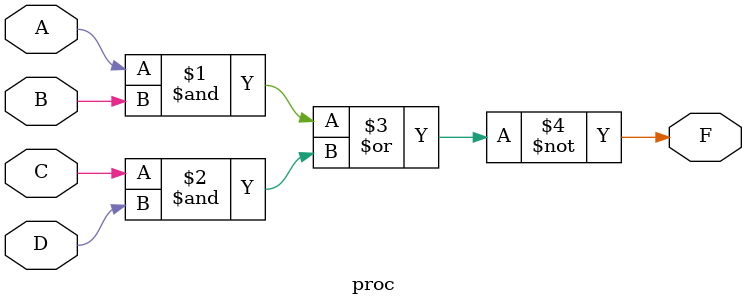
<source format=v>
module proc (input A, B, C, D, output F);
  assign F = ~((A & B) | (C & D));
endmodule

</source>
